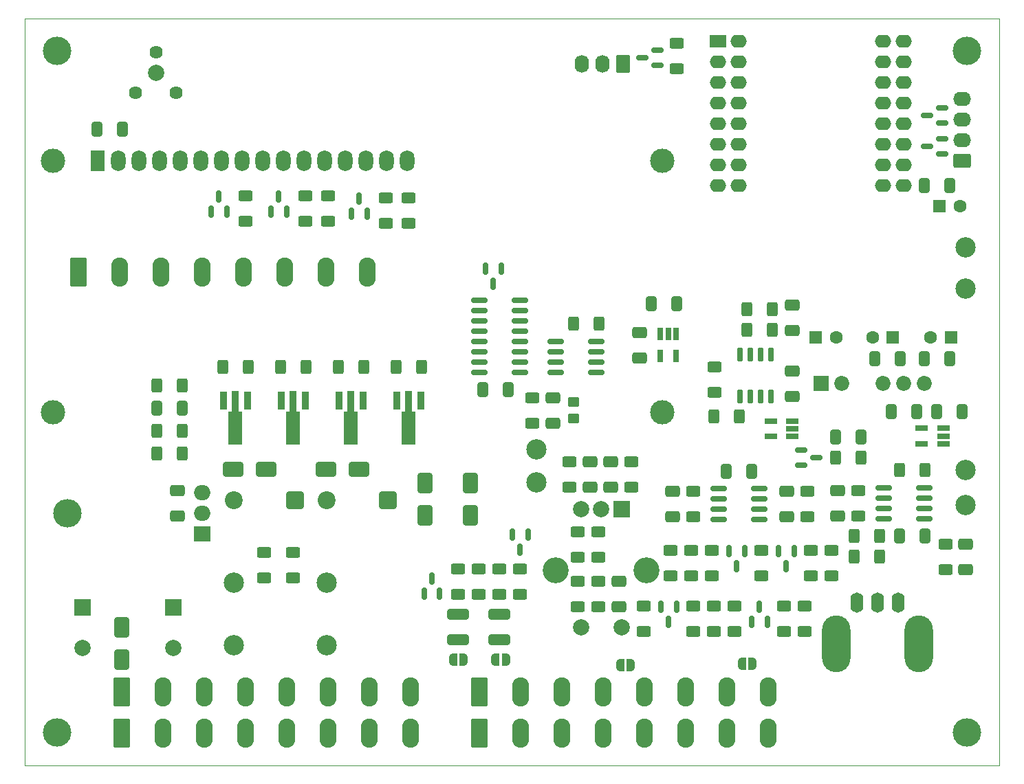
<source format=gbr>
%TF.GenerationSoftware,KiCad,Pcbnew,7.0.7*%
%TF.CreationDate,2025-07-01T12:31:18-10:00*%
%TF.ProjectId,Controller,436f6e74-726f-46c6-9c65-722e6b696361,New*%
%TF.SameCoordinates,Original*%
%TF.FileFunction,Soldermask,Bot*%
%TF.FilePolarity,Negative*%
%FSLAX46Y46*%
G04 Gerber Fmt 4.6, Leading zero omitted, Abs format (unit mm)*
G04 Created by KiCad (PCBNEW 7.0.7) date 2025-07-01 12:31:18*
%MOMM*%
%LPD*%
G01*
G04 APERTURE LIST*
G04 Aperture macros list*
%AMRoundRect*
0 Rectangle with rounded corners*
0 $1 Rounding radius*
0 $2 $3 $4 $5 $6 $7 $8 $9 X,Y pos of 4 corners*
0 Add a 4 corners polygon primitive as box body*
4,1,4,$2,$3,$4,$5,$6,$7,$8,$9,$2,$3,0*
0 Add four circle primitives for the rounded corners*
1,1,$1+$1,$2,$3*
1,1,$1+$1,$4,$5*
1,1,$1+$1,$6,$7*
1,1,$1+$1,$8,$9*
0 Add four rect primitives between the rounded corners*
20,1,$1+$1,$2,$3,$4,$5,0*
20,1,$1+$1,$4,$5,$6,$7,0*
20,1,$1+$1,$6,$7,$8,$9,0*
20,1,$1+$1,$8,$9,$2,$3,0*%
%AMFreePoly0*
4,1,19,0.500000,-0.750000,0.000000,-0.750000,0.000000,-0.744911,-0.071157,-0.744911,-0.207708,-0.704816,-0.327430,-0.627875,-0.420627,-0.520320,-0.479746,-0.390866,-0.500000,-0.250000,-0.500000,0.250000,-0.479746,0.390866,-0.420627,0.520320,-0.327430,0.627875,-0.207708,0.704816,-0.071157,0.744911,0.000000,0.744911,0.000000,0.750000,0.500000,0.750000,0.500000,-0.750000,0.500000,-0.750000,
$1*%
%AMFreePoly1*
4,1,19,0.000000,0.744911,0.071157,0.744911,0.207708,0.704816,0.327430,0.627875,0.420627,0.520320,0.479746,0.390866,0.500000,0.250000,0.500000,-0.250000,0.479746,-0.390866,0.420627,-0.520320,0.327430,-0.627875,0.207708,-0.704816,0.071157,-0.744911,0.000000,-0.744911,0.000000,-0.750000,-0.500000,-0.750000,-0.500000,0.750000,0.000000,0.750000,0.000000,0.744911,0.000000,0.744911,
$1*%
%AMFreePoly2*
4,1,9,5.362500,-0.866500,1.237500,-0.866500,1.237500,-0.450000,-1.237500,-0.450000,-1.237500,0.450000,1.237500,0.450000,1.237500,0.866500,5.362500,0.866500,5.362500,-0.866500,5.362500,-0.866500,$1*%
G04 Aperture macros list end*
%ADD10C,2.500000*%
%ADD11RoundRect,0.341000X-0.759000X0.759000X-0.759000X-0.759000X0.759000X-0.759000X0.759000X0.759000X0*%
%ADD12C,2.200000*%
%ADD13C,3.500000*%
%ADD14O,3.500000X3.500000*%
%ADD15R,2.000000X1.905000*%
%ADD16O,2.000000X1.905000*%
%ADD17O,1.600000X2.500000*%
%ADD18O,3.500000X7.000000*%
%ADD19RoundRect,0.249997X-0.790003X-1.550003X0.790003X-1.550003X0.790003X1.550003X-0.790003X1.550003X0*%
%ADD20O,2.080000X3.600000*%
%ADD21C,3.000000*%
%ADD22R,1.800000X2.600000*%
%ADD23O,1.800000X2.600000*%
%ADD24R,1.600000X1.600000*%
%ADD25C,1.600000*%
%ADD26RoundRect,0.250000X0.620000X0.845000X-0.620000X0.845000X-0.620000X-0.845000X0.620000X-0.845000X0*%
%ADD27O,1.740000X2.190000*%
%ADD28RoundRect,0.250000X0.845000X-0.620000X0.845000X0.620000X-0.845000X0.620000X-0.845000X-0.620000X0*%
%ADD29O,2.190000X1.740000*%
%ADD30R,2.000000X2.000000*%
%ADD31C,2.000000*%
%ADD32R,1.850000X1.850000*%
%ADD33C,1.850000*%
%ADD34R,2.000000X1.600000*%
%ADD35O,2.000000X1.600000*%
%ADD36C,3.200000*%
%ADD37C,1.620000*%
%ADD38RoundRect,0.250000X0.625000X-0.400000X0.625000X0.400000X-0.625000X0.400000X-0.625000X-0.400000X0*%
%ADD39RoundRect,0.250000X-0.650000X0.412500X-0.650000X-0.412500X0.650000X-0.412500X0.650000X0.412500X0*%
%ADD40RoundRect,0.250000X-0.625000X0.400000X-0.625000X-0.400000X0.625000X-0.400000X0.625000X0.400000X0*%
%ADD41RoundRect,0.250000X0.412500X0.650000X-0.412500X0.650000X-0.412500X-0.650000X0.412500X-0.650000X0*%
%ADD42RoundRect,0.250000X-0.650000X1.000000X-0.650000X-1.000000X0.650000X-1.000000X0.650000X1.000000X0*%
%ADD43RoundRect,0.250000X-1.000000X-0.650000X1.000000X-0.650000X1.000000X0.650000X-1.000000X0.650000X0*%
%ADD44RoundRect,0.250000X0.650000X-1.000000X0.650000X1.000000X-0.650000X1.000000X-0.650000X-1.000000X0*%
%ADD45RoundRect,0.250000X0.400000X0.625000X-0.400000X0.625000X-0.400000X-0.625000X0.400000X-0.625000X0*%
%ADD46RoundRect,0.250000X-1.075000X0.400000X-1.075000X-0.400000X1.075000X-0.400000X1.075000X0.400000X0*%
%ADD47RoundRect,0.250000X-0.412500X-0.650000X0.412500X-0.650000X0.412500X0.650000X-0.412500X0.650000X0*%
%ADD48FreePoly0,180.000000*%
%ADD49FreePoly1,180.000000*%
%ADD50RoundRect,0.250000X-0.400000X-0.625000X0.400000X-0.625000X0.400000X0.625000X-0.400000X0.625000X0*%
%ADD51RoundRect,0.250000X0.650000X-0.412500X0.650000X0.412500X-0.650000X0.412500X-0.650000X-0.412500X0*%
%ADD52RoundRect,0.150000X0.587500X0.150000X-0.587500X0.150000X-0.587500X-0.150000X0.587500X-0.150000X0*%
%ADD53RoundRect,0.150000X0.825000X0.150000X-0.825000X0.150000X-0.825000X-0.150000X0.825000X-0.150000X0*%
%ADD54RoundRect,0.150000X-0.150000X0.587500X-0.150000X-0.587500X0.150000X-0.587500X0.150000X0.587500X0*%
%ADD55RoundRect,0.150000X0.150000X-0.587500X0.150000X0.587500X-0.150000X0.587500X-0.150000X-0.587500X0*%
%ADD56RoundRect,0.150000X-0.825000X-0.150000X0.825000X-0.150000X0.825000X0.150000X-0.825000X0.150000X0*%
%ADD57R,1.560000X0.650000*%
%ADD58RoundRect,0.150000X0.150000X-0.725000X0.150000X0.725000X-0.150000X0.725000X-0.150000X-0.725000X0*%
%ADD59R,0.650000X1.560000*%
%ADD60RoundRect,0.250000X0.450000X-0.350000X0.450000X0.350000X-0.450000X0.350000X-0.450000X-0.350000X0*%
%ADD61RoundRect,0.249999X-0.790001X-1.550001X0.790001X-1.550001X0.790001X1.550001X-0.790001X1.550001X0*%
%ADD62RoundRect,0.150000X-0.587500X-0.150000X0.587500X-0.150000X0.587500X0.150000X-0.587500X0.150000X0*%
%ADD63R,0.900000X2.300000*%
%ADD64FreePoly2,270.000000*%
%TA.AperFunction,Profile*%
%ADD65C,0.050000*%
%TD*%
G04 APERTURE END LIST*
D10*
%TO.C,TP4*%
X104648000Y-108712000D03*
%TD*%
%TO.C,TP1*%
X157480000Y-88900000D03*
%TD*%
%TO.C,TP3*%
X157480000Y-111252000D03*
%TD*%
%TO.C,TP5*%
X104648000Y-112776000D03*
%TD*%
%TO.C,TP0*%
X157480000Y-83820000D03*
%TD*%
D11*
%TO.C,K1*%
X74930000Y-114935000D03*
D10*
X67330000Y-125135000D03*
X67330000Y-132835000D03*
D12*
X67330000Y-114935000D03*
%TD*%
D11*
%TO.C,K2*%
X86360000Y-114935000D03*
D10*
X78760000Y-125135000D03*
X78760000Y-132835000D03*
D12*
X78760000Y-114935000D03*
%TD*%
D13*
%TO.C,H4*%
X45600000Y-143600000D03*
%TD*%
%TO.C,H3*%
X157600000Y-143600000D03*
%TD*%
%TO.C,H1*%
X45600000Y-59600000D03*
%TD*%
%TO.C,H2*%
X157600000Y-59600000D03*
%TD*%
D14*
%TO.C,U2*%
X46840000Y-116586000D03*
D15*
X63500000Y-119126000D03*
D16*
X63500000Y-116586000D03*
X63500000Y-114046000D03*
%TD*%
D17*
%TO.C,J3*%
X146600000Y-127600000D03*
D18*
X151680000Y-132680000D03*
D17*
X149140000Y-127600000D03*
X144060000Y-127600000D03*
D18*
X141520000Y-132680000D03*
%TD*%
D19*
%TO.C,J1*%
X53600000Y-138600000D03*
X53600000Y-143680000D03*
D20*
X58680000Y-138600000D03*
X58680000Y-143680000D03*
X63760000Y-138600000D03*
X63760000Y-143680000D03*
X68840000Y-138600000D03*
X68840000Y-143680000D03*
X73920000Y-138600000D03*
X73920000Y-143680000D03*
X79000000Y-138600000D03*
X79000000Y-143680000D03*
X84080000Y-138600000D03*
X84080000Y-143680000D03*
X89160000Y-138600000D03*
X89160000Y-143680000D03*
%TD*%
D19*
%TO.C,J2*%
X97600000Y-138600000D03*
X97600000Y-143680000D03*
D20*
X102680000Y-138600000D03*
X102680000Y-143680000D03*
X107760000Y-138600000D03*
X107760000Y-143680000D03*
X112840000Y-138600000D03*
X112840000Y-143680000D03*
X117920000Y-138600000D03*
X117920000Y-143680000D03*
X123000000Y-138600000D03*
X123000000Y-143680000D03*
X128080000Y-138600000D03*
X128080000Y-143680000D03*
X133160000Y-138600000D03*
X133160000Y-143680000D03*
%TD*%
D21*
%TO.C,DS1*%
X45100900Y-73100000D03*
X45100900Y-104100700D03*
X120099480Y-104100700D03*
X120100000Y-73100000D03*
D22*
X50600000Y-73100000D03*
D23*
X53140000Y-73100000D03*
X55680000Y-73100000D03*
X58220000Y-73100000D03*
X60760000Y-73100000D03*
X63300000Y-73100000D03*
X65840000Y-73100000D03*
X68380000Y-73100000D03*
X70920000Y-73100000D03*
X73460000Y-73100000D03*
X76000000Y-73100000D03*
X78540000Y-73100000D03*
X81080000Y-73100000D03*
X83620000Y-73100000D03*
X86160000Y-73100000D03*
X88700000Y-73100000D03*
%TD*%
D24*
%TO.C,C8*%
X155637113Y-94867000D03*
D25*
X153137113Y-94867000D03*
%TD*%
D26*
%TO.C,J6*%
X115316000Y-61194000D03*
D27*
X112776000Y-61194000D03*
X110236000Y-61194000D03*
%TD*%
D28*
%TO.C,J5*%
X156992000Y-73152000D03*
D29*
X156992000Y-70612000D03*
X156992000Y-68072000D03*
X156992000Y-65532000D03*
%TD*%
D30*
%TO.C,C2*%
X48768000Y-128188323D03*
D31*
X48768000Y-133188323D03*
%TD*%
D24*
%TO.C,C3*%
X154265621Y-78740000D03*
D25*
X156765621Y-78740000D03*
%TD*%
D32*
%TO.C,PS1*%
X139700000Y-100584000D03*
D33*
X142240000Y-100584000D03*
X147320000Y-100584000D03*
X149860000Y-100584000D03*
X152400000Y-100584000D03*
%TD*%
D24*
%TO.C,C7*%
X139025621Y-94867000D03*
D25*
X141525621Y-94867000D03*
%TD*%
D24*
%TO.C,C9*%
X148502380Y-94867000D03*
D25*
X146002380Y-94867000D03*
%TD*%
D30*
%TO.C,C1*%
X59944000Y-128188323D03*
D31*
X59944000Y-133188323D03*
%TD*%
D10*
%TO.C,TP2*%
X157480000Y-115570000D03*
%TD*%
D34*
%TO.C,U1*%
X127000000Y-58420000D03*
D35*
X127000000Y-60960000D03*
X127000000Y-63500000D03*
X127000000Y-66040000D03*
X127000000Y-68580000D03*
X127000000Y-71120000D03*
X127000000Y-73660000D03*
X127000000Y-76200000D03*
X149860000Y-76200000D03*
X149860000Y-73660000D03*
X149860000Y-71120000D03*
X149860000Y-68580000D03*
X149860000Y-66040000D03*
X149860000Y-63500000D03*
X149860000Y-60960000D03*
X149860000Y-58420000D03*
X129540000Y-58420000D03*
X129540000Y-60960000D03*
X129540000Y-63500000D03*
X129540000Y-66040000D03*
X129540000Y-68580000D03*
X129540000Y-71120000D03*
X129540000Y-73660000D03*
X129540000Y-76200000D03*
X147320000Y-76200000D03*
X147320000Y-73660000D03*
X147320000Y-71120000D03*
X147320000Y-68580000D03*
X147320000Y-66040000D03*
X147320000Y-63500000D03*
X147320000Y-60960000D03*
X147320000Y-58420000D03*
%TD*%
D30*
%TO.C,S1*%
X115100000Y-116100000D03*
D31*
X110100000Y-116100000D03*
X112600000Y-116100000D03*
D36*
X118200000Y-123600000D03*
X107000000Y-123600000D03*
D31*
X110100000Y-130600000D03*
X115100000Y-130600000D03*
%TD*%
%TO.C,R51*%
X57785000Y-62270000D03*
D37*
X60285000Y-64770000D03*
X57785000Y-59770000D03*
X55285000Y-64770000D03*
%TD*%
D38*
%TO.C,R47*%
X109728000Y-128042000D03*
X109728000Y-124942000D03*
%TD*%
D39*
%TO.C,C29*%
X111252000Y-110197500D03*
X111252000Y-113322500D03*
%TD*%
%TO.C,C30*%
X113792000Y-110197500D03*
X113792000Y-113322500D03*
%TD*%
%TO.C,C31*%
X114808000Y-124929500D03*
X114808000Y-128054500D03*
%TD*%
D40*
%TO.C,R48*%
X116332000Y-110210000D03*
X116332000Y-113310000D03*
%TD*%
%TO.C,R49*%
X108712000Y-110210000D03*
X108712000Y-113310000D03*
%TD*%
D38*
%TO.C,R50*%
X112268000Y-128042000D03*
X112268000Y-124942000D03*
%TD*%
D41*
%TO.C,C5*%
X53632500Y-69215000D03*
X50507500Y-69215000D03*
%TD*%
D42*
%TO.C,D1*%
X53594000Y-130588000D03*
X53594000Y-134588000D03*
%TD*%
D39*
%TO.C,C4*%
X60452000Y-113753500D03*
X60452000Y-116878500D03*
%TD*%
D43*
%TO.C,D2*%
X67310000Y-111125000D03*
X71310000Y-111125000D03*
%TD*%
D44*
%TO.C,D4*%
X90932000Y-116808000D03*
X90932000Y-112808000D03*
%TD*%
D38*
%TO.C,R12*%
X123698000Y-124232000D03*
X123698000Y-121132000D03*
%TD*%
%TO.C,R18*%
X126238000Y-124232000D03*
X126238000Y-121132000D03*
%TD*%
%TO.C,R17*%
X121158000Y-124232000D03*
X121158000Y-121132000D03*
%TD*%
%TO.C,R22*%
X138010500Y-116993000D03*
X138010500Y-113893000D03*
%TD*%
D45*
%TO.C,R33*%
X76226000Y-98552000D03*
X73126000Y-98552000D03*
%TD*%
D39*
%TO.C,C28*%
X135470500Y-113880500D03*
X135470500Y-117005500D03*
%TD*%
D45*
%TO.C,R34*%
X69114000Y-98552000D03*
X66014000Y-98552000D03*
%TD*%
D40*
%TO.C,R11*%
X123952000Y-127990000D03*
X123952000Y-131090000D03*
%TD*%
%TO.C,R45*%
X109728000Y-118846000D03*
X109728000Y-121946000D03*
%TD*%
%TO.C,R46*%
X112268000Y-118846000D03*
X112268000Y-121946000D03*
%TD*%
D38*
%TO.C,R39*%
X94996000Y-126518000D03*
X94996000Y-123418000D03*
%TD*%
D40*
%TO.C,R35*%
X97536000Y-123444000D03*
X97536000Y-126544000D03*
%TD*%
D46*
%TO.C,R43*%
X94996000Y-129006000D03*
X94996000Y-132106000D03*
%TD*%
D38*
%TO.C,R15*%
X126492000Y-131090000D03*
X126492000Y-127990000D03*
%TD*%
D44*
%TO.C,D5*%
X96520000Y-116808000D03*
X96520000Y-112808000D03*
%TD*%
D47*
%TO.C,C10*%
X57873500Y-103632000D03*
X60998500Y-103632000D03*
%TD*%
D48*
%TO.C,JP3*%
X116220000Y-135255000D03*
D49*
X114920000Y-135255000D03*
%TD*%
D40*
%TO.C,R36*%
X102616000Y-123418000D03*
X102616000Y-126518000D03*
%TD*%
D48*
%TO.C,JP1*%
X95646000Y-134620000D03*
D49*
X94346000Y-134620000D03*
%TD*%
D48*
%TO.C,JP2*%
X100868000Y-134620000D03*
D49*
X99568000Y-134620000D03*
%TD*%
D45*
%TO.C,R25*%
X60986000Y-100838000D03*
X57886000Y-100838000D03*
%TD*%
%TO.C,R23*%
X60986000Y-109220000D03*
X57886000Y-109220000D03*
%TD*%
D50*
%TO.C,R24*%
X57886000Y-106426000D03*
X60986000Y-106426000D03*
%TD*%
D46*
%TO.C,R44*%
X100076000Y-129006000D03*
X100076000Y-132106000D03*
%TD*%
D43*
%TO.C,D3*%
X78740000Y-111125000D03*
X82740000Y-111125000D03*
%TD*%
D38*
%TO.C,R40*%
X100076000Y-126518000D03*
X100076000Y-123418000D03*
%TD*%
D51*
%TO.C,C12*%
X117282000Y-97400500D03*
X117282000Y-94275500D03*
%TD*%
D39*
%TO.C,C27*%
X121412000Y-113880500D03*
X121412000Y-117005500D03*
%TD*%
D52*
%TO.C,D18*%
X154607500Y-66614000D03*
X154607500Y-68514000D03*
X152732500Y-67564000D03*
%TD*%
D47*
%TO.C,C6*%
X152361500Y-76200000D03*
X155486500Y-76200000D03*
%TD*%
D38*
%TO.C,R37*%
X71120000Y-124486000D03*
X71120000Y-121386000D03*
%TD*%
D53*
%TO.C,U5*%
X152335000Y-113411000D03*
X152335000Y-114681000D03*
X152335000Y-115951000D03*
X152335000Y-117221000D03*
X147385000Y-117221000D03*
X147385000Y-115951000D03*
X147385000Y-114681000D03*
X147385000Y-113411000D03*
%TD*%
D38*
%TO.C,R19*%
X132334000Y-124232000D03*
X132334000Y-121132000D03*
%TD*%
%TO.C,R27*%
X117856000Y-131090000D03*
X117856000Y-127990000D03*
%TD*%
D54*
%TO.C,D9*%
X101666000Y-119204500D03*
X103566000Y-119204500D03*
X102616000Y-121079500D03*
%TD*%
D41*
%TO.C,C14*%
X149390500Y-97536000D03*
X146265500Y-97536000D03*
%TD*%
D55*
%TO.C,D14*%
X73848000Y-79423500D03*
X71948000Y-79423500D03*
X72898000Y-77548500D03*
%TD*%
D38*
%TO.C,R5*%
X144272000Y-116866000D03*
X144272000Y-113766000D03*
%TD*%
D41*
%TO.C,C16*%
X151461000Y-104011000D03*
X148336000Y-104011000D03*
%TD*%
D38*
%TO.C,R16*%
X137668000Y-131090000D03*
X137668000Y-127990000D03*
%TD*%
D56*
%TO.C,U9*%
X106999000Y-99187000D03*
X106999000Y-97917000D03*
X106999000Y-96647000D03*
X106999000Y-95377000D03*
X111949000Y-95377000D03*
X111949000Y-96647000D03*
X111949000Y-97917000D03*
X111949000Y-99187000D03*
%TD*%
D39*
%TO.C,C19*%
X157480000Y-120357500D03*
X157480000Y-123482500D03*
%TD*%
D38*
%TO.C,R21*%
X123952000Y-116993000D03*
X123952000Y-113893000D03*
%TD*%
D54*
%TO.C,D6*%
X98364000Y-86438500D03*
X100264000Y-86438500D03*
X99314000Y-88313500D03*
%TD*%
D55*
%TO.C,D13*%
X133030000Y-129969500D03*
X131130000Y-129969500D03*
X132080000Y-128094500D03*
%TD*%
D54*
%TO.C,D12*%
X134432000Y-121236500D03*
X136332000Y-121236500D03*
X135382000Y-123111500D03*
%TD*%
D57*
%TO.C,U4*%
X154766000Y-106109000D03*
X154766000Y-107059000D03*
X154766000Y-108009000D03*
X152066000Y-108009000D03*
X152066000Y-106109000D03*
%TD*%
D48*
%TO.C,JP4*%
X131206000Y-135128000D03*
D49*
X129906000Y-135128000D03*
%TD*%
D38*
%TO.C,R29*%
X104140000Y-105436000D03*
X104140000Y-102336000D03*
%TD*%
D45*
%TO.C,R31*%
X83338000Y-98552000D03*
X80238000Y-98552000D03*
%TD*%
D38*
%TO.C,R53*%
X86106000Y-80798000D03*
X86106000Y-77698000D03*
%TD*%
D41*
%TO.C,C25*%
X101130500Y-101346000D03*
X98005500Y-101346000D03*
%TD*%
D45*
%TO.C,R26*%
X112294000Y-93218000D03*
X109194000Y-93218000D03*
%TD*%
%TO.C,R10*%
X133630000Y-93980000D03*
X130530000Y-93980000D03*
%TD*%
D53*
%TO.C,U8*%
X132015000Y-113538000D03*
X132015000Y-114808000D03*
X132015000Y-116078000D03*
X132015000Y-117348000D03*
X127065000Y-117348000D03*
X127065000Y-116078000D03*
X127065000Y-114808000D03*
X127065000Y-113538000D03*
%TD*%
D50*
%TO.C,R2*%
X149326000Y-111252000D03*
X152426000Y-111252000D03*
%TD*%
%TO.C,R3*%
X143738000Y-119380000D03*
X146838000Y-119380000D03*
%TD*%
D38*
%TO.C,R38*%
X74676000Y-124486000D03*
X74676000Y-121386000D03*
%TD*%
D41*
%TO.C,C13*%
X155486500Y-97536000D03*
X152361500Y-97536000D03*
%TD*%
D40*
%TO.C,R1*%
X155000000Y-120370000D03*
X155000000Y-123470000D03*
%TD*%
D52*
%TO.C,D19*%
X119555500Y-59502000D03*
X119555500Y-61402000D03*
X117680500Y-60452000D03*
%TD*%
D38*
%TO.C,R20*%
X140970000Y-124232000D03*
X140970000Y-121132000D03*
%TD*%
D45*
%TO.C,R9*%
X133630000Y-91440000D03*
X130530000Y-91440000D03*
%TD*%
D38*
%TO.C,R28*%
X135128000Y-131090000D03*
X135128000Y-127990000D03*
%TD*%
D55*
%TO.C,D16*%
X66482000Y-79423500D03*
X64582000Y-79423500D03*
X65532000Y-77548500D03*
%TD*%
D54*
%TO.C,D11*%
X119954000Y-128094500D03*
X121854000Y-128094500D03*
X120904000Y-129969500D03*
%TD*%
D58*
%TO.C,U7*%
X133477000Y-102143000D03*
X132207000Y-102143000D03*
X130937000Y-102143000D03*
X129667000Y-102143000D03*
X129667000Y-96993000D03*
X130937000Y-96993000D03*
X132207000Y-96993000D03*
X133477000Y-96993000D03*
%TD*%
D40*
%TO.C,R42*%
X88900000Y-77698000D03*
X88900000Y-80798000D03*
%TD*%
D59*
%TO.C,U3*%
X119888000Y-94488000D03*
X120838000Y-94488000D03*
X121788000Y-94488000D03*
X121788000Y-97188000D03*
X119888000Y-97188000D03*
%TD*%
D47*
%TO.C,C21*%
X141439500Y-107188000D03*
X144564500Y-107188000D03*
%TD*%
D54*
%TO.C,D10*%
X128336000Y-121236500D03*
X130236000Y-121236500D03*
X129286000Y-123111500D03*
%TD*%
D47*
%TO.C,C18*%
X149313500Y-119380000D03*
X152438500Y-119380000D03*
%TD*%
D40*
%TO.C,R55*%
X121920000Y-58648000D03*
X121920000Y-61748000D03*
%TD*%
D51*
%TO.C,C17*%
X136144000Y-102146500D03*
X136144000Y-99021500D03*
%TD*%
D56*
%TO.C,U10*%
X97601000Y-99187000D03*
X97601000Y-97917000D03*
X97601000Y-96647000D03*
X97601000Y-95377000D03*
X97601000Y-94107000D03*
X97601000Y-92837000D03*
X97601000Y-91567000D03*
X97601000Y-90297000D03*
X102551000Y-90297000D03*
X102551000Y-91567000D03*
X102551000Y-92837000D03*
X102551000Y-94107000D03*
X102551000Y-95377000D03*
X102551000Y-96647000D03*
X102551000Y-97917000D03*
X102551000Y-99187000D03*
%TD*%
D38*
%TO.C,R7*%
X126544000Y-101626000D03*
X126544000Y-98526000D03*
%TD*%
D40*
%TO.C,R41*%
X78994000Y-77444000D03*
X78994000Y-80544000D03*
%TD*%
D51*
%TO.C,C22*%
X136144000Y-94018500D03*
X136144000Y-90893500D03*
%TD*%
D47*
%TO.C,C11*%
X118767500Y-90758000D03*
X121892500Y-90758000D03*
%TD*%
D60*
%TO.C,R30*%
X109220000Y-104886000D03*
X109220000Y-102886000D03*
%TD*%
D50*
%TO.C,R6*%
X141452000Y-109728000D03*
X144552000Y-109728000D03*
%TD*%
D51*
%TO.C,C24*%
X106680000Y-105448500D03*
X106680000Y-102323500D03*
%TD*%
D40*
%TO.C,R14*%
X138430000Y-121132000D03*
X138430000Y-124232000D03*
%TD*%
D38*
%TO.C,R52*%
X76200000Y-80544000D03*
X76200000Y-77444000D03*
%TD*%
D52*
%TO.C,D17*%
X154607500Y-70424000D03*
X154607500Y-72324000D03*
X152732500Y-71374000D03*
%TD*%
D40*
%TO.C,R54*%
X68834000Y-77444000D03*
X68834000Y-80544000D03*
%TD*%
D50*
%TO.C,R8*%
X126492000Y-104648000D03*
X129592000Y-104648000D03*
%TD*%
D61*
%TO.C,J4*%
X48260000Y-86868000D03*
D20*
X53340000Y-86868000D03*
X58420000Y-86868000D03*
X63500000Y-86868000D03*
X68580000Y-86868000D03*
X73660000Y-86868000D03*
X78740000Y-86868000D03*
X83820000Y-86868000D03*
%TD*%
D62*
%TO.C,D7*%
X137238500Y-110678000D03*
X137238500Y-108778000D03*
X139113500Y-109728000D03*
%TD*%
D57*
%TO.C,U6*%
X136144000Y-105222000D03*
X136144000Y-106172000D03*
X136144000Y-107122000D03*
X133444000Y-107122000D03*
X133444000Y-105222000D03*
%TD*%
D47*
%TO.C,C26*%
X127977500Y-111379000D03*
X131102500Y-111379000D03*
%TD*%
D45*
%TO.C,R32*%
X90450000Y-98552000D03*
X87350000Y-98552000D03*
%TD*%
D63*
%TO.C,Q2*%
X73176000Y-102706000D03*
D64*
X74676000Y-102793500D03*
D63*
X76176000Y-102706000D03*
%TD*%
D40*
%TO.C,R13*%
X129032000Y-127990000D03*
X129032000Y-131090000D03*
%TD*%
D55*
%TO.C,D15*%
X83754000Y-79677500D03*
X81854000Y-79677500D03*
X82804000Y-77802500D03*
%TD*%
D63*
%TO.C,Q4*%
X87400000Y-102706000D03*
D64*
X88900000Y-102793500D03*
D63*
X90400000Y-102706000D03*
%TD*%
D45*
%TO.C,R4*%
X146838000Y-121920000D03*
X143738000Y-121920000D03*
%TD*%
D55*
%TO.C,D8*%
X92710000Y-126492000D03*
X90810000Y-126492000D03*
X91760000Y-124617000D03*
%TD*%
D63*
%TO.C,Q3*%
X80288000Y-102706000D03*
D64*
X81788000Y-102793500D03*
D63*
X83288000Y-102706000D03*
%TD*%
D39*
%TO.C,C20*%
X141732000Y-113753500D03*
X141732000Y-116878500D03*
%TD*%
D63*
%TO.C,Q1*%
X66064000Y-102706000D03*
D64*
X67564000Y-102793500D03*
D63*
X69064000Y-102706000D03*
%TD*%
D47*
%TO.C,C15*%
X153924000Y-104011000D03*
X157049000Y-104011000D03*
%TD*%
D65*
X161600000Y-147600000D02*
X41600000Y-147600000D01*
X41600000Y-147600000D02*
X41600000Y-55600000D01*
X41600000Y-55600000D02*
X161600000Y-55600000D01*
X161600000Y-55600000D02*
X161600000Y-147600000D01*
M02*

</source>
